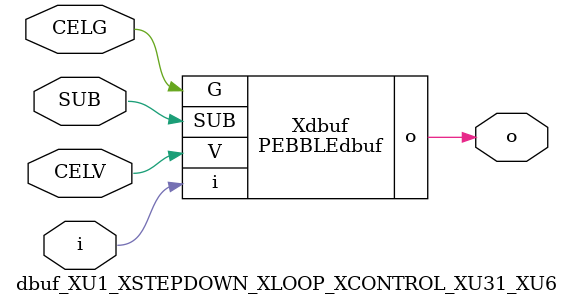
<source format=v>



module PEBBLEdbuf ( o, G, SUB, V, i );

  input V;
  input i;
  input G;
  output o;
  input SUB;
endmodule

//Celera Confidential Do Not Copy dbuf_XU1_XSTEPDOWN_XLOOP_XCONTROL_XU31_XU6
//Celera Confidential Symbol Generator
//Digital Buffer
module dbuf_XU1_XSTEPDOWN_XLOOP_XCONTROL_XU31_XU6 (CELV,CELG,i,o,SUB);
input CELV;
input CELG;
input i;
input SUB;
output o;

//Celera Confidential Do Not Copy dbuf
PEBBLEdbuf Xdbuf(
.V (CELV),
.i (i),
.o (o),
.SUB (SUB),
.G (CELG)
);
//,diesize,PEBBLEdbuf

//Celera Confidential Do Not Copy Module End
//Celera Schematic Generator
endmodule

</source>
